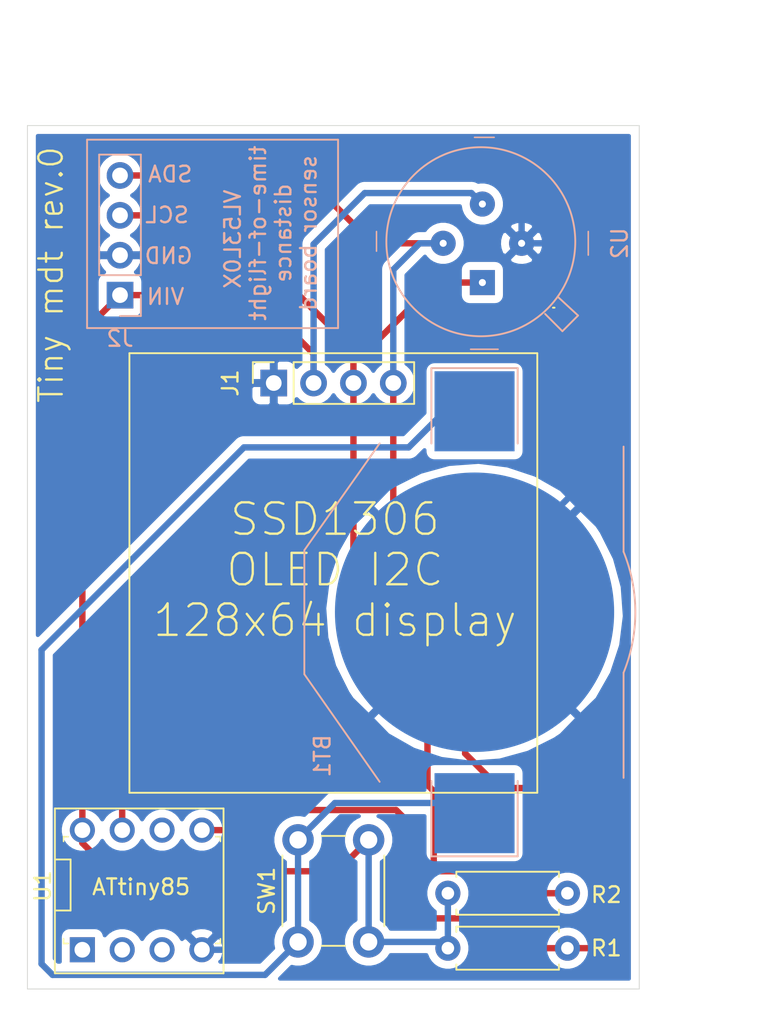
<source format=kicad_pcb>
(kicad_pcb (version 20171130) (host pcbnew "(5.1.9)-1")

  (general
    (thickness 1.6)
    (drawings 35)
    (tracks 93)
    (zones 0)
    (modules 8)
    (nets 6)
  )

  (page A4)
  (layers
    (0 F.Cu signal)
    (31 B.Cu signal)
    (32 B.Adhes user)
    (33 F.Adhes user)
    (34 B.Paste user)
    (35 F.Paste user)
    (36 B.SilkS user)
    (37 F.SilkS user)
    (38 B.Mask user)
    (39 F.Mask user)
    (40 Dwgs.User user)
    (41 Cmts.User user)
    (42 Eco1.User user)
    (43 Eco2.User user)
    (44 Edge.Cuts user)
    (45 Margin user)
    (46 B.CrtYd user hide)
    (47 F.CrtYd user hide)
    (48 B.Fab user hide)
    (49 F.Fab user hide)
  )

  (setup
    (last_trace_width 0.25)
    (user_trace_width 0.4064)
    (trace_clearance 0.2)
    (zone_clearance 0.508)
    (zone_45_only no)
    (trace_min 0.2)
    (via_size 0.8)
    (via_drill 0.4)
    (via_min_size 0.4)
    (via_min_drill 0.3)
    (uvia_size 0.3)
    (uvia_drill 0.1)
    (uvias_allowed no)
    (uvia_min_size 0.2)
    (uvia_min_drill 0.1)
    (edge_width 0.05)
    (segment_width 0.2)
    (pcb_text_width 0.3)
    (pcb_text_size 1.5 1.5)
    (mod_edge_width 0.12)
    (mod_text_size 1 1)
    (mod_text_width 0.15)
    (pad_size 1.524 1.524)
    (pad_drill 0.762)
    (pad_to_mask_clearance 0)
    (aux_axis_origin 0 0)
    (visible_elements 7FFFFFFF)
    (pcbplotparams
      (layerselection 0x010fc_ffffffff)
      (usegerberextensions false)
      (usegerberattributes false)
      (usegerberadvancedattributes false)
      (creategerberjobfile false)
      (excludeedgelayer true)
      (linewidth 0.100000)
      (plotframeref false)
      (viasonmask false)
      (mode 1)
      (useauxorigin false)
      (hpglpennumber 1)
      (hpglpenspeed 20)
      (hpglpendiameter 15.000000)
      (psnegative false)
      (psa4output false)
      (plotreference true)
      (plotvalue true)
      (plotinvisibletext false)
      (padsonsilk false)
      (subtractmaskfromsilk false)
      (outputformat 1)
      (mirror false)
      (drillshape 0)
      (scaleselection 1)
      (outputdirectory "export/Gerber/"))
  )

  (net 0 "")
  (net 1 /GND)
  (net 2 /3V)
  (net 3 /SDA)
  (net 4 /SCL)
  (net 5 "Net-(BT1-Pad1)")

  (net_class Default "This is the default net class."
    (clearance 0.2)
    (trace_width 0.25)
    (via_dia 0.8)
    (via_drill 0.4)
    (uvia_dia 0.3)
    (uvia_drill 0.1)
    (add_net /3V)
    (add_net /GND)
    (add_net /SCL)
    (add_net /SDA)
    (add_net "Net-(BT1-Pad1)")
  )

  (module Button_Switch_THT:SW_PUSH_6mm (layer F.Cu) (tedit 5A02FE31) (tstamp 65C8D1AC)
    (at 200.25 106 90)
    (descr https://www.omron.com/ecb/products/pdf/en-b3f.pdf)
    (tags "tact sw push 6mm")
    (path /65C94DA5)
    (fp_text reference SW1 (at 3.25 -2 90) (layer F.SilkS)
      (effects (font (size 1 1) (thickness 0.15)))
    )
    (fp_text value SW_Push_Dual (at 3.75 6.7 90) (layer F.Fab)
      (effects (font (size 1 1) (thickness 0.15)))
    )
    (fp_line (start 3.25 -0.75) (end 6.25 -0.75) (layer F.Fab) (width 0.1))
    (fp_line (start 6.25 -0.75) (end 6.25 5.25) (layer F.Fab) (width 0.1))
    (fp_line (start 6.25 5.25) (end 0.25 5.25) (layer F.Fab) (width 0.1))
    (fp_line (start 0.25 5.25) (end 0.25 -0.75) (layer F.Fab) (width 0.1))
    (fp_line (start 0.25 -0.75) (end 3.25 -0.75) (layer F.Fab) (width 0.1))
    (fp_line (start 7.75 6) (end 8 6) (layer F.CrtYd) (width 0.05))
    (fp_line (start 8 6) (end 8 5.75) (layer F.CrtYd) (width 0.05))
    (fp_line (start 7.75 -1.5) (end 8 -1.5) (layer F.CrtYd) (width 0.05))
    (fp_line (start 8 -1.5) (end 8 -1.25) (layer F.CrtYd) (width 0.05))
    (fp_line (start -1.5 -1.25) (end -1.5 -1.5) (layer F.CrtYd) (width 0.05))
    (fp_line (start -1.5 -1.5) (end -1.25 -1.5) (layer F.CrtYd) (width 0.05))
    (fp_line (start -1.5 5.75) (end -1.5 6) (layer F.CrtYd) (width 0.05))
    (fp_line (start -1.5 6) (end -1.25 6) (layer F.CrtYd) (width 0.05))
    (fp_line (start -1.25 -1.5) (end 7.75 -1.5) (layer F.CrtYd) (width 0.05))
    (fp_line (start -1.5 5.75) (end -1.5 -1.25) (layer F.CrtYd) (width 0.05))
    (fp_line (start 7.75 6) (end -1.25 6) (layer F.CrtYd) (width 0.05))
    (fp_line (start 8 -1.25) (end 8 5.75) (layer F.CrtYd) (width 0.05))
    (fp_line (start 1 5.5) (end 5.5 5.5) (layer F.SilkS) (width 0.12))
    (fp_line (start -0.25 1.5) (end -0.25 3) (layer F.SilkS) (width 0.12))
    (fp_line (start 5.5 -1) (end 1 -1) (layer F.SilkS) (width 0.12))
    (fp_line (start 6.75 3) (end 6.75 1.5) (layer F.SilkS) (width 0.12))
    (fp_circle (center 3.25 2.25) (end 1.25 2.5) (layer F.Fab) (width 0.1))
    (fp_text user %R (at 3.25 2.25 90) (layer F.Fab)
      (effects (font (size 1 1) (thickness 0.15)))
    )
    (pad 1 thru_hole circle (at 6.5 0 180) (size 2 2) (drill 1.1) (layers *.Cu *.Mask)
      (net 5 "Net-(BT1-Pad1)"))
    (pad 2 thru_hole circle (at 6.5 4.5 180) (size 2 2) (drill 1.1) (layers *.Cu *.Mask)
      (net 2 /3V))
    (pad 1 thru_hole circle (at 0 0 180) (size 2 2) (drill 1.1) (layers *.Cu *.Mask)
      (net 5 "Net-(BT1-Pad1)"))
    (pad 2 thru_hole circle (at 0 4.5 180) (size 2 2) (drill 1.1) (layers *.Cu *.Mask)
      (net 2 /3V))
    (model ${KISYS3DMOD}/Button_Switch_THT.3dshapes/SW_PUSH_6mm.wrl
      (at (xyz 0 0 0))
      (scale (xyz 1 1 1))
      (rotate (xyz 0 0 0))
    )
  )

  (module digikey-footprints:TO-39-4 (layer B.Cu) (tedit 59C91BAC) (tstamp 65C82F22)
    (at 212 64 90)
    (descr "file:///C:/Users/alex_wegscheid/Downloads/MLX90614-Datasheet-Melexis%20(2).pdf")
    (path /65C7DB06)
    (fp_text reference U2 (at 2.5 8.75 90) (layer B.SilkS)
      (effects (font (size 1 1) (thickness 0.15)) (justify mirror))
    )
    (fp_text value MLX90614ESF-BAA-000-TU (at 2.75 -9 90) (layer B.Fab)
      (effects (font (size 1 1) (thickness 0.15)) (justify mirror))
    )
    (fp_circle (center 2.5 0) (end 9.12 0) (layer B.Fab) (width 0.1))
    (fp_line (start -3.5 4.75) (end -2.75 5.5) (layer B.Fab) (width 0.1))
    (fp_line (start -2.75 5.5) (end -2.05 4.8) (layer B.Fab) (width 0.1))
    (fp_line (start -3.5 4.75) (end -2.75 4.05) (layer B.Fab) (width 0.1))
    (fp_line (start 1.75 6.75) (end 3.25 6.75) (layer B.SilkS) (width 0.1))
    (fp_line (start 9.25 0.75) (end 9.25 -0.5) (layer B.SilkS) (width 0.1))
    (fp_line (start 2 -6.75) (end 3.25 -6.75) (layer B.SilkS) (width 0.1))
    (fp_line (start -4.25 1) (end -4.25 -0.75) (layer B.SilkS) (width 0.1))
    (fp_circle (center 2.5 0) (end -3.5 5.25) (layer B.CrtYd) (width 0.05))
    (fp_text user %R (at 2.75 4.5 90) (layer B.Fab)
      (effects (font (size 1 1) (thickness 0.15)) (justify mirror))
    )
    (pad 4 thru_hole circle (at 2.5 2.5 90) (size 1.6 1.6) (drill 0.45) (layers *.Cu *.Mask)
      (net 1 /GND))
    (pad 3 thru_hole circle (at 5 0 90) (size 1.6 1.6) (drill 0.45) (layers *.Cu *.Mask)
      (net 2 /3V))
    (pad 2 thru_hole circle (at 2.5 -2.5 90) (size 1.6 1.6) (drill 0.45) (layers *.Cu *.Mask)
      (net 3 /SDA))
    (pad 1 thru_hole rect (at 0 0 90) (size 1.6 1.6) (drill 0.45) (layers *.Cu *.Mask)
      (net 4 /SCL))
  )

  (module digikey-footprints:DIP-8_W7.62mm (layer F.Cu) (tedit 5B86B3A2) (tstamp 65C812D2)
    (at 186.5 106.5 90)
    (descr http://media.digikey.com/pdf/Data%20Sheets/Lite-On%20PDFs/6N137%20Series.pdf)
    (path /65C79CC9)
    (fp_text reference U1 (at 4.05 -2.52 90) (layer F.SilkS)
      (effects (font (size 1 1) (thickness 0.15)))
    )
    (fp_text value ATTINY85-20PU (at 3.94 10.33 90) (layer F.Fab)
      (effects (font (size 1 1) (thickness 0.15)))
    )
    (fp_line (start 0.55 -1.04) (end 0.55 8.64) (layer F.Fab) (width 0.1))
    (fp_line (start 7.05 -1.04) (end 7.05 8.64) (layer F.Fab) (width 0.1))
    (fp_line (start 0.55 -1.04) (end 7.05 -1.04) (layer F.Fab) (width 0.1))
    (fp_line (start 0.55 8.64) (end 7.05 8.64) (layer F.Fab) (width 0.1))
    (fp_line (start 0.4 8.8) (end 0.7 8.8) (layer F.SilkS) (width 0.1))
    (fp_line (start 0.4 8.5) (end 0.4 8.8) (layer F.SilkS) (width 0.1))
    (fp_line (start 7.2 8.8) (end 6.9 8.8) (layer F.SilkS) (width 0.1))
    (fp_line (start 7.2 8.5) (end 7.2 8.8) (layer F.SilkS) (width 0.1))
    (fp_line (start 7.2 -1.2) (end 6.9 -1.2) (layer F.SilkS) (width 0.1))
    (fp_line (start 7.2 -0.9) (end 7.2 -1.2) (layer F.SilkS) (width 0.1))
    (fp_line (start 0.4 -1.2) (end 0.7 -1.2) (layer F.SilkS) (width 0.1))
    (fp_line (start 0.4 -0.9) (end 0.4 -1.2) (layer F.SilkS) (width 0.1))
    (fp_line (start -1.05 -1.29) (end 8.67 -1.29) (layer F.CrtYd) (width 0.1))
    (fp_line (start 8.67 -1.29) (end 8.67 8.89) (layer F.CrtYd) (width 0.1))
    (fp_line (start -1.05 -1.29) (end -1.05 8.89) (layer F.CrtYd) (width 0.1))
    (fp_line (start -1.05 8.89) (end 8.67 8.89) (layer F.CrtYd) (width 0.1))
    (fp_text user REF** (at 3.94 3.49 90) (layer F.Fab)
      (effects (font (size 1 1) (thickness 0.1)))
    )
    (pad 8 thru_hole circle (at 7.62 0 90) (size 1.6 1.6) (drill 1) (layers *.Cu *.Mask)
      (net 2 /3V))
    (pad 7 thru_hole circle (at 7.62 2.54 90) (size 1.6 1.6) (drill 1) (layers *.Cu *.Mask)
      (net 4 /SCL))
    (pad 6 thru_hole circle (at 7.62 5.08 90) (size 1.6 1.6) (drill 1) (layers *.Cu *.Mask))
    (pad 5 thru_hole circle (at 7.62 7.62 90) (size 1.6 1.6) (drill 1) (layers *.Cu *.Mask)
      (net 3 /SDA))
    (pad 4 thru_hole circle (at 0 7.62 90) (size 1.6 1.6) (drill 1) (layers *.Cu *.Mask)
      (net 1 /GND))
    (pad 3 thru_hole circle (at 0 5.08 90) (size 1.6 1.6) (drill 1) (layers *.Cu *.Mask))
    (pad 2 thru_hole circle (at 0 2.54 90) (size 1.6 1.6) (drill 1) (layers *.Cu *.Mask))
    (pad 1 thru_hole rect (at 0 0 90) (size 1.6 1.6) (drill 1) (layers *.Cu *.Mask))
    (model ${KISYS3DMOD}/Housings_DIP.3dshapes/DIP-8_W7.62mm.wrl
      (at (xyz 0 0 0))
      (scale (xyz 1 1 1))
      (rotate (xyz 0 0 0))
    )
  )

  (module Resistor_THT:R_Axial_DIN0207_L6.3mm_D2.5mm_P7.62mm_Horizontal (layer F.Cu) (tedit 5AE5139B) (tstamp 65C82877)
    (at 209.8 102.9)
    (descr "Resistor, Axial_DIN0207 series, Axial, Horizontal, pin pitch=7.62mm, 0.25W = 1/4W, length*diameter=6.3*2.5mm^2, http://cdn-reichelt.de/documents/datenblatt/B400/1_4W%23YAG.pdf")
    (tags "Resistor Axial_DIN0207 series Axial Horizontal pin pitch 7.62mm 0.25W = 1/4W length 6.3mm diameter 2.5mm")
    (path /65C848F2)
    (fp_text reference R2 (at 10.1 0.1) (layer F.SilkS)
      (effects (font (size 1 1) (thickness 0.15)))
    )
    (fp_text value 4.7K (at 3.81 2.37) (layer F.Fab)
      (effects (font (size 1 1) (thickness 0.15)))
    )
    (fp_line (start 8.67 -1.5) (end -1.05 -1.5) (layer F.CrtYd) (width 0.05))
    (fp_line (start 8.67 1.5) (end 8.67 -1.5) (layer F.CrtYd) (width 0.05))
    (fp_line (start -1.05 1.5) (end 8.67 1.5) (layer F.CrtYd) (width 0.05))
    (fp_line (start -1.05 -1.5) (end -1.05 1.5) (layer F.CrtYd) (width 0.05))
    (fp_line (start 7.08 1.37) (end 7.08 1.04) (layer F.SilkS) (width 0.12))
    (fp_line (start 0.54 1.37) (end 7.08 1.37) (layer F.SilkS) (width 0.12))
    (fp_line (start 0.54 1.04) (end 0.54 1.37) (layer F.SilkS) (width 0.12))
    (fp_line (start 7.08 -1.37) (end 7.08 -1.04) (layer F.SilkS) (width 0.12))
    (fp_line (start 0.54 -1.37) (end 7.08 -1.37) (layer F.SilkS) (width 0.12))
    (fp_line (start 0.54 -1.04) (end 0.54 -1.37) (layer F.SilkS) (width 0.12))
    (fp_line (start 7.62 0) (end 6.96 0) (layer F.Fab) (width 0.1))
    (fp_line (start 0 0) (end 0.66 0) (layer F.Fab) (width 0.1))
    (fp_line (start 6.96 -1.25) (end 0.66 -1.25) (layer F.Fab) (width 0.1))
    (fp_line (start 6.96 1.25) (end 6.96 -1.25) (layer F.Fab) (width 0.1))
    (fp_line (start 0.66 1.25) (end 6.96 1.25) (layer F.Fab) (width 0.1))
    (fp_line (start 0.66 -1.25) (end 0.66 1.25) (layer F.Fab) (width 0.1))
    (fp_text user %R (at 3.81 0) (layer F.Fab)
      (effects (font (size 1 1) (thickness 0.15)))
    )
    (pad 2 thru_hole oval (at 7.62 0) (size 1.6 1.6) (drill 0.8) (layers *.Cu *.Mask)
      (net 4 /SCL))
    (pad 1 thru_hole circle (at 0 0) (size 1.6 1.6) (drill 0.8) (layers *.Cu *.Mask)
      (net 2 /3V))
    (model ${KISYS3DMOD}/Resistor_THT.3dshapes/R_Axial_DIN0207_L6.3mm_D2.5mm_P7.62mm_Horizontal.wrl
      (at (xyz 0 0 0))
      (scale (xyz 1 1 1))
      (rotate (xyz 0 0 0))
    )
  )

  (module Resistor_THT:R_Axial_DIN0207_L6.3mm_D2.5mm_P7.62mm_Horizontal (layer F.Cu) (tedit 5AE5139B) (tstamp 65C83975)
    (at 209.8 106.4)
    (descr "Resistor, Axial_DIN0207 series, Axial, Horizontal, pin pitch=7.62mm, 0.25W = 1/4W, length*diameter=6.3*2.5mm^2, http://cdn-reichelt.de/documents/datenblatt/B400/1_4W%23YAG.pdf")
    (tags "Resistor Axial_DIN0207 series Axial Horizontal pin pitch 7.62mm 0.25W = 1/4W length 6.3mm diameter 2.5mm")
    (path /65C83E4D)
    (fp_text reference R1 (at 10.1 0) (layer F.SilkS)
      (effects (font (size 1 1) (thickness 0.15)))
    )
    (fp_text value 4.7K (at 3.81 2.37) (layer F.Fab)
      (effects (font (size 1 1) (thickness 0.15)))
    )
    (fp_line (start 8.67 -1.5) (end -1.05 -1.5) (layer F.CrtYd) (width 0.05))
    (fp_line (start 8.67 1.5) (end 8.67 -1.5) (layer F.CrtYd) (width 0.05))
    (fp_line (start -1.05 1.5) (end 8.67 1.5) (layer F.CrtYd) (width 0.05))
    (fp_line (start -1.05 -1.5) (end -1.05 1.5) (layer F.CrtYd) (width 0.05))
    (fp_line (start 7.08 1.37) (end 7.08 1.04) (layer F.SilkS) (width 0.12))
    (fp_line (start 0.54 1.37) (end 7.08 1.37) (layer F.SilkS) (width 0.12))
    (fp_line (start 0.54 1.04) (end 0.54 1.37) (layer F.SilkS) (width 0.12))
    (fp_line (start 7.08 -1.37) (end 7.08 -1.04) (layer F.SilkS) (width 0.12))
    (fp_line (start 0.54 -1.37) (end 7.08 -1.37) (layer F.SilkS) (width 0.12))
    (fp_line (start 0.54 -1.04) (end 0.54 -1.37) (layer F.SilkS) (width 0.12))
    (fp_line (start 7.62 0) (end 6.96 0) (layer F.Fab) (width 0.1))
    (fp_line (start 0 0) (end 0.66 0) (layer F.Fab) (width 0.1))
    (fp_line (start 6.96 -1.25) (end 0.66 -1.25) (layer F.Fab) (width 0.1))
    (fp_line (start 6.96 1.25) (end 6.96 -1.25) (layer F.Fab) (width 0.1))
    (fp_line (start 0.66 1.25) (end 6.96 1.25) (layer F.Fab) (width 0.1))
    (fp_line (start 0.66 -1.25) (end 0.66 1.25) (layer F.Fab) (width 0.1))
    (fp_text user %R (at 3.81 0) (layer F.Fab)
      (effects (font (size 1 1) (thickness 0.15)))
    )
    (pad 2 thru_hole oval (at 7.62 0) (size 1.6 1.6) (drill 0.8) (layers *.Cu *.Mask)
      (net 3 /SDA))
    (pad 1 thru_hole circle (at 0 0) (size 1.6 1.6) (drill 0.8) (layers *.Cu *.Mask)
      (net 2 /3V))
    (model ${KISYS3DMOD}/Resistor_THT.3dshapes/R_Axial_DIN0207_L6.3mm_D2.5mm_P7.62mm_Horizontal.wrl
      (at (xyz 0 0 0))
      (scale (xyz 1 1 1))
      (rotate (xyz 0 0 0))
    )
  )

  (module Connector_PinSocket_2.54mm:PinSocket_1x04_P2.54mm_Vertical (layer B.Cu) (tedit 5A19A429) (tstamp 65C80CC2)
    (at 188.9 64.8)
    (descr "Through hole straight socket strip, 1x04, 2.54mm pitch, single row (from Kicad 4.0.7), script generated")
    (tags "Through hole socket strip THT 1x04 2.54mm single row")
    (path /65C7D00F)
    (fp_text reference J2 (at 0 2.77 180) (layer B.SilkS)
      (effects (font (size 1 1) (thickness 0.15)) (justify mirror))
    )
    (fp_text value " VL53L0X time-of-flight distance sensor board" (at 0 -10.39 180) (layer B.Fab)
      (effects (font (size 1 1) (thickness 0.15)) (justify mirror))
    )
    (fp_line (start -1.8 -9.4) (end -1.8 1.8) (layer B.CrtYd) (width 0.05))
    (fp_line (start 1.75 -9.4) (end -1.8 -9.4) (layer B.CrtYd) (width 0.05))
    (fp_line (start 1.75 1.8) (end 1.75 -9.4) (layer B.CrtYd) (width 0.05))
    (fp_line (start -1.8 1.8) (end 1.75 1.8) (layer B.CrtYd) (width 0.05))
    (fp_line (start 0 1.33) (end 1.33 1.33) (layer B.SilkS) (width 0.12))
    (fp_line (start 1.33 1.33) (end 1.33 0) (layer B.SilkS) (width 0.12))
    (fp_line (start 1.33 -1.27) (end 1.33 -8.95) (layer B.SilkS) (width 0.12))
    (fp_line (start -1.33 -8.95) (end 1.33 -8.95) (layer B.SilkS) (width 0.12))
    (fp_line (start -1.33 -1.27) (end -1.33 -8.95) (layer B.SilkS) (width 0.12))
    (fp_line (start -1.33 -1.27) (end 1.33 -1.27) (layer B.SilkS) (width 0.12))
    (fp_line (start -1.27 -8.89) (end -1.27 1.27) (layer B.Fab) (width 0.1))
    (fp_line (start 1.27 -8.89) (end -1.27 -8.89) (layer B.Fab) (width 0.1))
    (fp_line (start 1.27 0.635) (end 1.27 -8.89) (layer B.Fab) (width 0.1))
    (fp_line (start 0.635 1.27) (end 1.27 0.635) (layer B.Fab) (width 0.1))
    (fp_line (start -1.27 1.27) (end 0.635 1.27) (layer B.Fab) (width 0.1))
    (fp_text user %R (at 0 -3.81 90) (layer B.Fab)
      (effects (font (size 1 1) (thickness 0.15)) (justify mirror))
    )
    (pad 4 thru_hole oval (at 0 -7.62) (size 1.7 1.7) (drill 1) (layers *.Cu *.Mask)
      (net 3 /SDA))
    (pad 3 thru_hole oval (at 0 -5.08) (size 1.7 1.7) (drill 1) (layers *.Cu *.Mask)
      (net 4 /SCL))
    (pad 2 thru_hole oval (at 0 -2.54) (size 1.7 1.7) (drill 1) (layers *.Cu *.Mask)
      (net 1 /GND))
    (pad 1 thru_hole rect (at 0 0) (size 1.7 1.7) (drill 1) (layers *.Cu *.Mask)
      (net 2 /3V))
    (model ${KISYS3DMOD}/Connector_PinSocket_2.54mm.3dshapes/PinSocket_1x04_P2.54mm_Vertical.wrl
      (at (xyz 0 0 0))
      (scale (xyz 1 1 1))
      (rotate (xyz 0 0 0))
    )
  )

  (module Connector_PinSocket_2.54mm:PinSocket_1x04_P2.54mm_Vertical (layer F.Cu) (tedit 5A19A429) (tstamp 65C81F59)
    (at 198.7 70.4 90)
    (descr "Through hole straight socket strip, 1x04, 2.54mm pitch, single row (from Kicad 4.0.7), script generated")
    (tags "Through hole socket strip THT 1x04 2.54mm single row")
    (path /65C903F0)
    (fp_text reference J1 (at 0 -2.77 90) (layer F.SilkS)
      (effects (font (size 1 1) (thickness 0.15)))
    )
    (fp_text value "SSD1306 OLED I2C 128x64 display" (at 0 10.39 90) (layer F.Fab)
      (effects (font (size 1 1) (thickness 0.15)))
    )
    (fp_line (start -1.8 9.4) (end -1.8 -1.8) (layer F.CrtYd) (width 0.05))
    (fp_line (start 1.75 9.4) (end -1.8 9.4) (layer F.CrtYd) (width 0.05))
    (fp_line (start 1.75 -1.8) (end 1.75 9.4) (layer F.CrtYd) (width 0.05))
    (fp_line (start -1.8 -1.8) (end 1.75 -1.8) (layer F.CrtYd) (width 0.05))
    (fp_line (start 0 -1.33) (end 1.33 -1.33) (layer F.SilkS) (width 0.12))
    (fp_line (start 1.33 -1.33) (end 1.33 0) (layer F.SilkS) (width 0.12))
    (fp_line (start 1.33 1.27) (end 1.33 8.95) (layer F.SilkS) (width 0.12))
    (fp_line (start -1.33 8.95) (end 1.33 8.95) (layer F.SilkS) (width 0.12))
    (fp_line (start -1.33 1.27) (end -1.33 8.95) (layer F.SilkS) (width 0.12))
    (fp_line (start -1.33 1.27) (end 1.33 1.27) (layer F.SilkS) (width 0.12))
    (fp_line (start -1.27 8.89) (end -1.27 -1.27) (layer F.Fab) (width 0.1))
    (fp_line (start 1.27 8.89) (end -1.27 8.89) (layer F.Fab) (width 0.1))
    (fp_line (start 1.27 -0.635) (end 1.27 8.89) (layer F.Fab) (width 0.1))
    (fp_line (start 0.635 -1.27) (end 1.27 -0.635) (layer F.Fab) (width 0.1))
    (fp_line (start -1.27 -1.27) (end 0.635 -1.27) (layer F.Fab) (width 0.1))
    (fp_text user %R (at 0 3.81) (layer F.Fab)
      (effects (font (size 1 1) (thickness 0.15)))
    )
    (pad 4 thru_hole oval (at 0 7.62 90) (size 1.7 1.7) (drill 1) (layers *.Cu *.Mask)
      (net 3 /SDA))
    (pad 3 thru_hole oval (at 0 5.08 90) (size 1.7 1.7) (drill 1) (layers *.Cu *.Mask)
      (net 4 /SCL))
    (pad 2 thru_hole oval (at 0 2.54 90) (size 1.7 1.7) (drill 1) (layers *.Cu *.Mask)
      (net 2 /3V))
    (pad 1 thru_hole rect (at 0 0 90) (size 1.7 1.7) (drill 1) (layers *.Cu *.Mask)
      (net 1 /GND))
    (model ${KISYS3DMOD}/Connector_PinSocket_2.54mm.3dshapes/PinSocket_1x04_P2.54mm_Vertical.wrl
      (at (xyz 0 0 0))
      (scale (xyz 1 1 1))
      (rotate (xyz 0 0 0))
    )
  )

  (module Battery:BatteryHolder_Keystone_3002_1x2032 (layer B.Cu) (tedit 5D9C7E9A) (tstamp 65C82A5F)
    (at 211.5 85 90)
    (descr https://www.tme.eu/it/Document/a823211ec201a9e209042d155fe22d2b/KEYS2996.pdf)
    (tags "BR2016 CR2016 DL2016 BR2020 CL2020 BR2025 CR2025 DL2025 DR2032 CR2032 DL2032")
    (path /65C7F76F)
    (attr smd)
    (fp_text reference BT1 (at -9.15 -9.7 270) (layer B.SilkS)
      (effects (font (size 1 1) (thickness 0.15)) (justify mirror))
    )
    (fp_text value "Battery Cell CR2032" (at 0 11 270) (layer B.Fab)
      (effects (font (size 1 1) (thickness 0.15)) (justify mirror))
    )
    (fp_line (start 15.55 2.75) (end 10.75 2.75) (layer B.SilkS) (width 0.12))
    (fp_line (start 15.55 -2.75) (end 15.55 2.75) (layer B.SilkS) (width 0.12))
    (fp_line (start 10.75 -2.75) (end 15.55 -2.75) (layer B.SilkS) (width 0.12))
    (fp_line (start -15.55 -2.75) (end -10.75 -2.75) (layer B.SilkS) (width 0.12))
    (fp_line (start -15.55 2.75) (end -15.55 -2.75) (layer B.SilkS) (width 0.12))
    (fp_line (start -10.75 2.75) (end -15.55 2.75) (layer B.SilkS) (width 0.12))
    (fp_line (start -15.85 -3.05) (end -15.85 3.05) (layer B.CrtYd) (width 0.05))
    (fp_line (start -11.05 -3.05) (end -15.85 -3.05) (layer B.CrtYd) (width 0.05))
    (fp_line (start -11.05 -6.35) (end -11.05 -3.05) (layer B.CrtYd) (width 0.05))
    (fp_line (start -4.3 -11.1) (end -11.05 -6.35) (layer B.CrtYd) (width 0.05))
    (fp_line (start 4.3 -11.1) (end -4.3 -11.1) (layer B.CrtYd) (width 0.05))
    (fp_line (start 11.05 -6.35) (end 4.3 -11.1) (layer B.CrtYd) (width 0.05))
    (fp_line (start 11.05 -3.05) (end 11.05 -6.35) (layer B.CrtYd) (width 0.05))
    (fp_line (start 15.85 -3.05) (end 11.05 -3.05) (layer B.CrtYd) (width 0.05))
    (fp_line (start 15.85 3.05) (end 15.85 -3.05) (layer B.CrtYd) (width 0.05))
    (fp_line (start 11.05 3.05) (end 15.85 3.05) (layer B.CrtYd) (width 0.05))
    (fp_line (start 11.05 9.8) (end 11.05 3.05) (layer B.CrtYd) (width 0.05))
    (fp_line (start 11.05 9.8) (end 3.9 9.8) (layer B.CrtYd) (width 0.05))
    (fp_line (start -11.05 9.8) (end -3.9 9.8) (layer B.CrtYd) (width 0.05))
    (fp_line (start -11.05 3.05) (end -11.05 9.8) (layer B.CrtYd) (width 0.05))
    (fp_line (start -15.85 3.05) (end -11.05 3.05) (layer B.CrtYd) (width 0.05))
    (fp_line (start 10.55 9.5) (end 3.85 9.5) (layer B.SilkS) (width 0.12))
    (fp_line (start -10.55 9.5) (end -3.85 9.5) (layer B.SilkS) (width 0.12))
    (fp_circle (center 0 0) (end 10 0) (layer Dwgs.User) (width 0.2))
    (fp_line (start 10.55 -5.9) (end 3.8 -10.6) (layer B.Fab) (width 0.1))
    (fp_line (start 3.95 -10.85) (end 10.75 -6.05) (layer B.SilkS) (width 0.12))
    (fp_line (start -3.95 -10.85) (end 3.95 -10.85) (layer B.SilkS) (width 0.12))
    (fp_line (start -10.8 -6.05) (end -3.95 -10.85) (layer B.SilkS) (width 0.12))
    (fp_line (start -10.55 -5.85) (end -3.8 -10.6) (layer B.Fab) (width 0.1))
    (fp_line (start -10.55 2.55) (end -10.55 9.3) (layer B.Fab) (width 0.1))
    (fp_line (start 10.55 9.3) (end -10.55 9.3) (layer B.Fab) (width 0.1))
    (fp_line (start 10.55 2.55) (end 10.55 9.3) (layer B.Fab) (width 0.1))
    (fp_line (start 15.35 2.55) (end 10.55 2.55) (layer B.Fab) (width 0.1))
    (fp_line (start 15.35 -2.55) (end 15.35 2.55) (layer B.Fab) (width 0.1))
    (fp_line (start 10.55 -2.55) (end 15.35 -2.55) (layer B.Fab) (width 0.1))
    (fp_line (start -3.8 -10.6) (end 3.8 -10.6) (layer B.Fab) (width 0.1))
    (fp_line (start 10.55 -2.55) (end 10.55 -5.9) (layer B.Fab) (width 0.1))
    (fp_line (start -10.55 -2.55) (end -10.55 -5.85) (layer B.Fab) (width 0.1))
    (fp_line (start -15.35 2.55) (end -10.55 2.55) (layer B.Fab) (width 0.1))
    (fp_line (start -15.35 -2.55) (end -10.55 -2.55) (layer B.Fab) (width 0.1))
    (fp_line (start -15.35 2.55) (end -15.35 -2.55) (layer B.Fab) (width 0.1))
    (fp_text user %R (at -9.15 -9.7 270) (layer B.Fab)
      (effects (font (size 1 1) (thickness 0.15)) (justify mirror))
    )
    (fp_arc (start 0 0) (end 3.9 9.8) (angle 43.40107348) (layer B.CrtYd) (width 0.05))
    (fp_arc (start 0 0) (end 3.85 9.5) (angle 44.1) (layer B.SilkS) (width 0.12))
    (pad 1 smd rect (at 12.8 0 90) (size 5.1 5.1) (layers B.Cu B.Paste B.Mask)
      (net 5 "Net-(BT1-Pad1)"))
    (pad 1 smd rect (at -12.8 0 90) (size 5.1 5.1) (layers B.Cu B.Paste B.Mask)
      (net 5 "Net-(BT1-Pad1)"))
    (pad 2 smd circle (at 0 0 90) (size 17.8 17.8) (layers B.Cu B.Mask)
      (net 1 /GND))
    (model ${KISYS3DMOD}/Battery.3dshapes/BatteryHolder_Keystone_3002_1x2032.wrl
      (at (xyz 0 0 0))
      (scale (xyz 1 1 1))
      (rotate (xyz 0 0 0))
    )
  )

  (dimension 55 (width 0.15) (layer Dwgs.User)
    (gr_text "55,000 mm" (at 229.3 81.5 270) (layer Dwgs.User)
      (effects (font (size 1 1) (thickness 0.15)))
    )
    (feature1 (pts (xy 222 109) (xy 228.586421 109)))
    (feature2 (pts (xy 222 54) (xy 228.586421 54)))
    (crossbar (pts (xy 228 54) (xy 228 109)))
    (arrow1a (pts (xy 228 109) (xy 227.413579 107.873496)))
    (arrow1b (pts (xy 228 109) (xy 228.586421 107.873496)))
    (arrow2a (pts (xy 228 54) (xy 227.413579 55.126504)))
    (arrow2b (pts (xy 228 54) (xy 228.586421 55.126504)))
  )
  (dimension 39 (width 0.15) (layer Dwgs.User)
    (gr_text "39,000 mm" (at 202.5 46.7) (layer Dwgs.User)
      (effects (font (size 1 1) (thickness 0.15)))
    )
    (feature1 (pts (xy 222 54) (xy 222 47.413579)))
    (feature2 (pts (xy 183 54) (xy 183 47.413579)))
    (crossbar (pts (xy 183 48) (xy 222 48)))
    (arrow1a (pts (xy 222 48) (xy 220.873496 48.586421)))
    (arrow1b (pts (xy 222 48) (xy 220.873496 47.413579)))
    (arrow2a (pts (xy 183 48) (xy 184.126504 48.586421)))
    (arrow2b (pts (xy 183 48) (xy 184.126504 47.413579)))
  )
  (gr_text ATtiny85 (at 190.25 102.5) (layer F.SilkS)
    (effects (font (size 1 1) (thickness 0.15)))
  )
  (gr_text " VL53L0X\ntime-of-flight\ndistance\nsensor board" (at 198.5 60.85 90) (layer B.SilkS) (tstamp 65C8DBD7)
    (effects (font (size 1 1) (thickness 0.15)) (justify mirror))
  )
  (gr_text "Tiny mdt rev.0" (at 184.5 63.5 90) (layer F.SilkS)
    (effects (font (size 1.5 1.5) (thickness 0.15)))
  )
  (gr_line (start 185.75 104) (end 184.75 104) (layer F.SilkS) (width 0.12))
  (gr_line (start 185.75 100.75) (end 185.75 104) (layer F.SilkS) (width 0.12))
  (gr_line (start 184.75 100.75) (end 185.75 100.75) (layer F.SilkS) (width 0.12))
  (gr_line (start 184.75 97.5) (end 185 97.5) (layer F.SilkS) (width 0.12) (tstamp 65C8D9FB))
  (gr_line (start 184.75 108) (end 184.75 97.5) (layer F.SilkS) (width 0.12))
  (gr_line (start 195.5 108) (end 184.75 108) (layer F.SilkS) (width 0.12))
  (gr_line (start 195.5 97.5) (end 195.5 108) (layer F.SilkS) (width 0.12))
  (gr_line (start 185 97.5) (end 195.5 97.5) (layer F.SilkS) (width 0.12))
  (gr_text SDA (at 192.1 57.1) (layer B.SilkS) (tstamp 65C8D962)
    (effects (font (size 1 1) (thickness 0.15)) (justify mirror))
  )
  (gr_text SCL (at 191.9 59.7) (layer B.SilkS) (tstamp 65C8D962)
    (effects (font (size 1 1) (thickness 0.15)) (justify mirror))
  )
  (gr_text GND (at 192 62.3) (layer B.SilkS) (tstamp 65C8D962)
    (effects (font (size 1 1) (thickness 0.15)) (justify mirror))
  )
  (gr_text VIN (at 191.8 64.9) (layer B.SilkS)
    (effects (font (size 1 1) (thickness 0.15)) (justify mirror))
  )
  (gr_text "SSD1306\nOLED I2C\n128x64 display" (at 202.6 82.3) (layer F.SilkS)
    (effects (font (size 2 2) (thickness 0.15)))
  )
  (gr_line (start 216.6 65.6) (end 216.5 65.6) (layer F.SilkS) (width 0.12))
  (gr_line (start 217.1 67.1) (end 216 66) (layer B.SilkS) (width 0.12))
  (gr_line (start 218.1 66.1) (end 217.1 67.1) (layer B.SilkS) (width 0.12))
  (gr_line (start 216.8 64.9) (end 218.1 66.1) (layer B.SilkS) (width 0.12))
  (gr_line (start 189.5 96.5) (end 189.5 68.5) (layer F.SilkS) (width 0.12) (tstamp 65C831ED))
  (gr_line (start 215.5 96.5) (end 189.5 96.5) (layer F.SilkS) (width 0.12))
  (gr_line (start 215.5 68.5) (end 215.5 96.5) (layer F.SilkS) (width 0.12))
  (gr_line (start 189.5 68.5) (end 215.5 68.5) (layer F.SilkS) (width 0.12))
  (gr_line (start 186.8 54.9) (end 186.8 66.9) (layer B.SilkS) (width 0.12) (tstamp 65C82FE3))
  (gr_line (start 202.8 54.9) (end 186.8 54.9) (layer B.SilkS) (width 0.12))
  (gr_line (start 202.8 66.9) (end 202.8 54.9) (layer B.SilkS) (width 0.12))
  (gr_line (start 186.8 66.9) (end 202.8 66.9) (layer B.SilkS) (width 0.12))
  (gr_line (start 183 109) (end 183 54) (layer Edge.Cuts) (width 0.05) (tstamp 65C82F5F))
  (gr_line (start 222 109) (end 183 109) (layer Edge.Cuts) (width 0.05))
  (gr_line (start 222 54) (end 222 109) (layer Edge.Cuts) (width 0.05) (tstamp 65C83A85))
  (gr_line (start 183 54) (end 222 54) (layer Edge.Cuts) (width 0.05))
  (gr_circle (center 211.9 61.4) (end 212.4 67.4) (layer B.SilkS) (width 0.12))

  (segment (start 211.5 85) (end 201 95.5) (width 0.4064) (layer B.Cu) (net 1))
  (segment (start 201 95.5) (end 197.8 95.5) (width 0.4064) (layer B.Cu) (net 1))
  (segment (start 197.8 95.5) (end 197 96.3) (width 0.4064) (layer B.Cu) (net 1))
  (segment (start 197 96.3) (end 197 105.1) (width 0.4064) (layer B.Cu) (net 1))
  (segment (start 195.6 106.5) (end 194.12 106.5) (width 0.4064) (layer B.Cu) (net 1))
  (segment (start 197 105.1) (end 195.6 106.5) (width 0.4064) (layer B.Cu) (net 1))
  (segment (start 211.5 85) (end 211.5 83.7) (width 0.4064) (layer B.Cu) (net 1))
  (segment (start 211.5 83.7) (end 218.8 76.4) (width 0.4064) (layer B.Cu) (net 1))
  (segment (start 218.8 76.4) (end 218.8 64.4) (width 0.4064) (layer B.Cu) (net 1))
  (segment (start 215.9 61.5) (end 214.5 61.5) (width 0.4064) (layer B.Cu) (net 1))
  (segment (start 218.8 64.4) (end 215.9 61.5) (width 0.4064) (layer B.Cu) (net 1))
  (segment (start 214.5 61.5) (end 214.5 57.1) (width 0.4064) (layer B.Cu) (net 1))
  (segment (start 214.5 57.1) (end 213.4 56) (width 0.4064) (layer B.Cu) (net 1))
  (segment (start 213.4 56) (end 199.6 56) (width 0.4064) (layer B.Cu) (net 1))
  (segment (start 199.6 56) (end 193.34 62.26) (width 0.4064) (layer B.Cu) (net 1))
  (segment (start 198.7 70.4) (end 196.9 70.4) (width 0.4064) (layer B.Cu) (net 1))
  (segment (start 193.16 66.66) (end 193.16 62.26) (width 0.4064) (layer B.Cu) (net 1))
  (segment (start 196.9 70.4) (end 193.16 66.66) (width 0.4064) (layer B.Cu) (net 1))
  (segment (start 193.16 62.26) (end 188.9 62.26) (width 0.4064) (layer B.Cu) (net 1))
  (segment (start 193.34 62.26) (end 193.16 62.26) (width 0.4064) (layer B.Cu) (net 1))
  (segment (start 204.75 99.5) (end 204.75 106) (width 0.4064) (layer B.Cu) (net 2))
  (segment (start 209.4 106) (end 209.8 106.4) (width 0.4064) (layer B.Cu) (net 2))
  (segment (start 204.75 106) (end 209.4 106) (width 0.4064) (layer B.Cu) (net 2))
  (segment (start 209.8 102.9) (end 209.8 106.4) (width 0.4064) (layer B.Cu) (net 2))
  (segment (start 204.75 99.5) (end 202.75 101.5) (width 0.4064) (layer F.Cu) (net 2))
  (segment (start 202.75 101.5) (end 188.3 101.5) (width 0.4064) (layer F.Cu) (net 2))
  (segment (start 186.5 99.7) (end 186.5 98.88) (width 0.4064) (layer F.Cu) (net 2))
  (segment (start 188.3 101.5) (end 186.5 99.7) (width 0.4064) (layer F.Cu) (net 2))
  (segment (start 186.5 67.2) (end 188.9 64.8) (width 0.4064) (layer F.Cu) (net 2))
  (segment (start 186.5 98.88) (end 186.5 67.2) (width 0.4064) (layer F.Cu) (net 2))
  (segment (start 188.9 64.8) (end 197.5 64.8) (width 0.4064) (layer F.Cu) (net 2))
  (segment (start 201.24 68.54) (end 201.24 70.4) (width 0.4064) (layer F.Cu) (net 2))
  (segment (start 197.5 64.8) (end 201.24 68.54) (width 0.4064) (layer F.Cu) (net 2))
  (segment (start 201.24 70.4) (end 201.24 61.56) (width 0.4064) (layer B.Cu) (net 2))
  (segment (start 201.24 61.56) (end 204.5 58.3) (width 0.4064) (layer B.Cu) (net 2))
  (segment (start 211.3 58.3) (end 212 59) (width 0.4064) (layer B.Cu) (net 2))
  (segment (start 204.5 58.3) (end 211.3 58.3) (width 0.4064) (layer B.Cu) (net 2))
  (segment (start 217.42 106.4) (end 215.1 106.4) (width 0.4064) (layer F.Cu) (net 3))
  (segment (start 215.1 106.4) (end 213.2 104.5) (width 0.4064) (layer F.Cu) (net 3))
  (segment (start 213.2 104.5) (end 207.5 104.5) (width 0.4064) (layer F.Cu) (net 3))
  (segment (start 207.5 104.5) (end 207.1 104.1) (width 0.4064) (layer F.Cu) (net 3))
  (segment (start 207.1 104.1) (end 207.1 98.2) (width 0.4064) (layer F.Cu) (net 3))
  (segment (start 207.1 98.2) (end 206.5 97.6) (width 0.4064) (layer F.Cu) (net 3))
  (segment (start 206.5 97.6) (end 197.2 97.6) (width 0.4064) (layer F.Cu) (net 3))
  (segment (start 195.92 98.88) (end 194.12 98.88) (width 0.4064) (layer F.Cu) (net 3))
  (segment (start 197.2 97.6) (end 195.92 98.88) (width 0.4064) (layer F.Cu) (net 3))
  (segment (start 217.42 106.4) (end 219.4 106.4) (width 0.4064) (layer F.Cu) (net 3))
  (segment (start 219.4 106.4) (end 220.1 105.7) (width 0.4064) (layer F.Cu) (net 3))
  (segment (start 220.1 105.7) (end 220.1 100.6) (width 0.4064) (layer F.Cu) (net 3))
  (segment (start 220.1 100.6) (end 215.7 96.2) (width 0.4064) (layer F.Cu) (net 3))
  (segment (start 215.7 96.2) (end 213.1 96.2) (width 0.4064) (layer F.Cu) (net 3))
  (segment (start 213.1 96.2) (end 210.9 94) (width 0.4064) (layer F.Cu) (net 3))
  (segment (start 210.9 94) (end 210.9 83.6) (width 0.4064) (layer F.Cu) (net 3))
  (segment (start 206.32 79.02) (end 206.32 70.4) (width 0.4064) (layer F.Cu) (net 3))
  (segment (start 210.9 83.6) (end 206.32 79.02) (width 0.4064) (layer F.Cu) (net 3))
  (segment (start 209.5 61.5) (end 208 61.5) (width 0.4064) (layer B.Cu) (net 3))
  (segment (start 206.32 63.18) (end 206.32 70.4) (width 0.4064) (layer B.Cu) (net 3))
  (segment (start 208 61.5) (end 206.32 63.18) (width 0.4064) (layer B.Cu) (net 3))
  (segment (start 209.5 61.5) (end 205 61.5) (width 0.4064) (layer F.Cu) (net 3))
  (segment (start 200.68 57.18) (end 188.9 57.18) (width 0.4064) (layer F.Cu) (net 3))
  (segment (start 205 61.5) (end 200.68 57.18) (width 0.4064) (layer F.Cu) (net 3))
  (segment (start 190.3 96) (end 189.04 97.26) (width 0.4064) (layer F.Cu) (net 4))
  (segment (start 189.04 97.26) (end 189.04 98.88) (width 0.4064) (layer F.Cu) (net 4))
  (segment (start 208.9 96.4) (end 208.5 96) (width 0.4064) (layer F.Cu) (net 4))
  (segment (start 208.9 101.5) (end 208.9 96.4) (width 0.4064) (layer F.Cu) (net 4))
  (segment (start 213.5 101.5) (end 208.9 101.5) (width 0.4064) (layer F.Cu) (net 4))
  (segment (start 208.5 96) (end 190.3 96) (width 0.4064) (layer F.Cu) (net 4))
  (segment (start 214.9 102.9) (end 213.5 101.5) (width 0.4064) (layer F.Cu) (net 4))
  (segment (start 217.42 102.9) (end 214.9 102.9) (width 0.4064) (layer F.Cu) (net 4))
  (segment (start 208.5 96) (end 208.5 85.9) (width 0.4064) (layer F.Cu) (net 4))
  (segment (start 203.78 81.18) (end 203.78 70.4) (width 0.4064) (layer F.Cu) (net 4))
  (segment (start 208.5 85.9) (end 203.78 81.18) (width 0.4064) (layer F.Cu) (net 4))
  (segment (start 188.9 59.72) (end 192.22 59.72) (width 0.4064) (layer F.Cu) (net 4))
  (segment (start 192.22 59.72) (end 195.1 62.6) (width 0.4064) (layer F.Cu) (net 4))
  (segment (start 195.1 62.6) (end 198.1 62.6) (width 0.4064) (layer F.Cu) (net 4))
  (segment (start 203.78 68.28) (end 203.78 70.4) (width 0.4064) (layer F.Cu) (net 4))
  (segment (start 198.1 62.6) (end 203.78 68.28) (width 0.4064) (layer F.Cu) (net 4))
  (segment (start 203.78 68.28) (end 204.72 68.28) (width 0.4064) (layer F.Cu) (net 4))
  (segment (start 209 64) (end 212 64) (width 0.4064) (layer F.Cu) (net 4))
  (segment (start 204.72 68.28) (end 209 64) (width 0.4064) (layer F.Cu) (net 4))
  (segment (start 200.25 106) (end 200.25 99.5) (width 0.4064) (layer B.Cu) (net 5))
  (segment (start 200.25 99.5) (end 202.6 97.15) (width 0.4064) (layer B.Cu) (net 5))
  (segment (start 210.85 97.15) (end 211.5 97.8) (width 0.4064) (layer B.Cu) (net 5))
  (segment (start 202.6 97.15) (end 210.85 97.15) (width 0.4064) (layer B.Cu) (net 5))
  (segment (start 211.5 72.2) (end 210.3 72.2) (width 0.4064) (layer B.Cu) (net 5))
  (segment (start 211.5 72.2) (end 209.6 72.2) (width 0.4064) (layer B.Cu) (net 5))
  (segment (start 209.6 72.2) (end 207.3 74.5) (width 0.4064) (layer B.Cu) (net 5))
  (segment (start 207.3 74.5) (end 196.8 74.5) (width 0.4064) (layer B.Cu) (net 5))
  (segment (start 196.8 74.5) (end 183.9 87.4) (width 0.4064) (layer B.Cu) (net 5))
  (segment (start 183.9 87.4) (end 183.9 107.4) (width 0.4064) (layer B.Cu) (net 5))
  (segment (start 183.9 107.4) (end 184.6 108.1) (width 0.4064) (layer B.Cu) (net 5))
  (segment (start 198.15 108.1) (end 200.25 106) (width 0.4064) (layer B.Cu) (net 5))
  (segment (start 184.6 108.1) (end 198.15 108.1) (width 0.4064) (layer B.Cu) (net 5))

  (zone (net 1) (net_name /GND) (layer B.Cu) (tstamp 65C8E2D2) (hatch edge 0.508)
    (connect_pads (clearance 0.508))
    (min_thickness 0.254)
    (fill yes (arc_segments 32) (thermal_gap 0.508) (thermal_bridge_width 0.508))
    (polygon
      (pts
        (xy 223 111.25) (xy 181.25 110.25) (xy 181.75 53.5) (xy 223.25 53)
      )
    )
    (filled_polygon
      (pts
        (xy 221.340001 108.34) (xy 199.095393 108.34) (xy 199.848271 107.587123) (xy 200.088967 107.635) (xy 200.411033 107.635)
        (xy 200.726912 107.572168) (xy 201.024463 107.448918) (xy 201.292252 107.269987) (xy 201.519987 107.042252) (xy 201.698918 106.774463)
        (xy 201.822168 106.476912) (xy 201.885 106.161033) (xy 201.885 105.838967) (xy 201.822168 105.523088) (xy 201.698918 105.225537)
        (xy 201.519987 104.957748) (xy 201.292252 104.730013) (xy 201.0882 104.59367) (xy 201.0882 100.90633) (xy 201.292252 100.769987)
        (xy 201.519987 100.542252) (xy 201.698918 100.274463) (xy 201.822168 99.976912) (xy 201.885 99.661033) (xy 201.885 99.338967)
        (xy 201.837123 99.098271) (xy 202.947194 97.9882) (xy 204.127347 97.9882) (xy 203.975537 98.051082) (xy 203.707748 98.230013)
        (xy 203.480013 98.457748) (xy 203.301082 98.725537) (xy 203.177832 99.023088) (xy 203.115 99.338967) (xy 203.115 99.661033)
        (xy 203.177832 99.976912) (xy 203.301082 100.274463) (xy 203.480013 100.542252) (xy 203.707748 100.769987) (xy 203.9118 100.90633)
        (xy 203.911801 104.593669) (xy 203.707748 104.730013) (xy 203.480013 104.957748) (xy 203.301082 105.225537) (xy 203.177832 105.523088)
        (xy 203.115 105.838967) (xy 203.115 106.161033) (xy 203.177832 106.476912) (xy 203.301082 106.774463) (xy 203.480013 107.042252)
        (xy 203.707748 107.269987) (xy 203.975537 107.448918) (xy 204.273088 107.572168) (xy 204.588967 107.635) (xy 204.911033 107.635)
        (xy 205.226912 107.572168) (xy 205.524463 107.448918) (xy 205.792252 107.269987) (xy 206.019987 107.042252) (xy 206.15633 106.8382)
        (xy 208.428276 106.8382) (xy 208.52832 107.079727) (xy 208.685363 107.314759) (xy 208.885241 107.514637) (xy 209.120273 107.67168)
        (xy 209.381426 107.779853) (xy 209.658665 107.835) (xy 209.941335 107.835) (xy 210.218574 107.779853) (xy 210.479727 107.67168)
        (xy 210.714759 107.514637) (xy 210.914637 107.314759) (xy 211.07168 107.079727) (xy 211.179853 106.818574) (xy 211.235 106.541335)
        (xy 211.235 106.258665) (xy 215.985 106.258665) (xy 215.985 106.541335) (xy 216.040147 106.818574) (xy 216.14832 107.079727)
        (xy 216.305363 107.314759) (xy 216.505241 107.514637) (xy 216.740273 107.67168) (xy 217.001426 107.779853) (xy 217.278665 107.835)
        (xy 217.561335 107.835) (xy 217.838574 107.779853) (xy 218.099727 107.67168) (xy 218.334759 107.514637) (xy 218.534637 107.314759)
        (xy 218.69168 107.079727) (xy 218.799853 106.818574) (xy 218.855 106.541335) (xy 218.855 106.258665) (xy 218.799853 105.981426)
        (xy 218.69168 105.720273) (xy 218.534637 105.485241) (xy 218.334759 105.285363) (xy 218.099727 105.12832) (xy 217.838574 105.020147)
        (xy 217.561335 104.965) (xy 217.278665 104.965) (xy 217.001426 105.020147) (xy 216.740273 105.12832) (xy 216.505241 105.285363)
        (xy 216.305363 105.485241) (xy 216.14832 105.720273) (xy 216.040147 105.981426) (xy 215.985 106.258665) (xy 211.235 106.258665)
        (xy 211.179853 105.981426) (xy 211.07168 105.720273) (xy 210.914637 105.485241) (xy 210.714759 105.285363) (xy 210.6382 105.234208)
        (xy 210.6382 104.065792) (xy 210.714759 104.014637) (xy 210.914637 103.814759) (xy 211.07168 103.579727) (xy 211.179853 103.318574)
        (xy 211.235 103.041335) (xy 211.235 102.758665) (xy 215.985 102.758665) (xy 215.985 103.041335) (xy 216.040147 103.318574)
        (xy 216.14832 103.579727) (xy 216.305363 103.814759) (xy 216.505241 104.014637) (xy 216.740273 104.17168) (xy 217.001426 104.279853)
        (xy 217.278665 104.335) (xy 217.561335 104.335) (xy 217.838574 104.279853) (xy 218.099727 104.17168) (xy 218.334759 104.014637)
        (xy 218.534637 103.814759) (xy 218.69168 103.579727) (xy 218.799853 103.318574) (xy 218.855 103.041335) (xy 218.855 102.758665)
        (xy 218.799853 102.481426) (xy 218.69168 102.220273) (xy 218.534637 101.985241) (xy 218.334759 101.785363) (xy 218.099727 101.62832)
        (xy 217.838574 101.520147) (xy 217.561335 101.465) (xy 217.278665 101.465) (xy 217.001426 101.520147) (xy 216.740273 101.62832)
        (xy 216.505241 101.785363) (xy 216.305363 101.985241) (xy 216.14832 102.220273) (xy 216.040147 102.481426) (xy 215.985 102.758665)
        (xy 211.235 102.758665) (xy 211.179853 102.481426) (xy 211.07168 102.220273) (xy 210.914637 101.985241) (xy 210.714759 101.785363)
        (xy 210.479727 101.62832) (xy 210.218574 101.520147) (xy 209.941335 101.465) (xy 209.658665 101.465) (xy 209.381426 101.520147)
        (xy 209.120273 101.62832) (xy 208.885241 101.785363) (xy 208.685363 101.985241) (xy 208.52832 102.220273) (xy 208.420147 102.481426)
        (xy 208.365 102.758665) (xy 208.365 103.041335) (xy 208.420147 103.318574) (xy 208.52832 103.579727) (xy 208.685363 103.814759)
        (xy 208.885241 104.014637) (xy 208.9618 104.065792) (xy 208.961801 105.1618) (xy 206.15633 105.1618) (xy 206.019987 104.957748)
        (xy 205.792252 104.730013) (xy 205.5882 104.59367) (xy 205.5882 100.90633) (xy 205.792252 100.769987) (xy 206.019987 100.542252)
        (xy 206.198918 100.274463) (xy 206.322168 99.976912) (xy 206.385 99.661033) (xy 206.385 99.338967) (xy 206.322168 99.023088)
        (xy 206.198918 98.725537) (xy 206.019987 98.457748) (xy 205.792252 98.230013) (xy 205.524463 98.051082) (xy 205.372653 97.9882)
        (xy 208.311928 97.9882) (xy 208.311928 100.35) (xy 208.324188 100.474482) (xy 208.360498 100.59418) (xy 208.419463 100.704494)
        (xy 208.498815 100.801185) (xy 208.595506 100.880537) (xy 208.70582 100.939502) (xy 208.825518 100.975812) (xy 208.95 100.988072)
        (xy 214.05 100.988072) (xy 214.174482 100.975812) (xy 214.29418 100.939502) (xy 214.404494 100.880537) (xy 214.501185 100.801185)
        (xy 214.580537 100.704494) (xy 214.639502 100.59418) (xy 214.675812 100.474482) (xy 214.688072 100.35) (xy 214.688072 95.25)
        (xy 214.675812 95.125518) (xy 214.639502 95.00582) (xy 214.580537 94.895506) (xy 214.501185 94.798815) (xy 214.404494 94.719463)
        (xy 214.29418 94.660498) (xy 214.174482 94.624188) (xy 214.05 94.611928) (xy 208.95 94.611928) (xy 208.825518 94.624188)
        (xy 208.70582 94.660498) (xy 208.595506 94.719463) (xy 208.498815 94.798815) (xy 208.419463 94.895506) (xy 208.360498 95.00582)
        (xy 208.324188 95.125518) (xy 208.311928 95.25) (xy 208.311928 96.3118) (xy 202.641163 96.3118) (xy 202.6 96.307746)
        (xy 202.558837 96.3118) (xy 202.55883 96.3118) (xy 202.435684 96.323929) (xy 202.277683 96.371858) (xy 202.132068 96.449691)
        (xy 202.004436 96.554436) (xy 201.978194 96.586412) (xy 200.651729 97.912877) (xy 200.411033 97.865) (xy 200.088967 97.865)
        (xy 199.773088 97.927832) (xy 199.475537 98.051082) (xy 199.207748 98.230013) (xy 198.980013 98.457748) (xy 198.801082 98.725537)
        (xy 198.677832 99.023088) (xy 198.615 99.338967) (xy 198.615 99.661033) (xy 198.677832 99.976912) (xy 198.801082 100.274463)
        (xy 198.980013 100.542252) (xy 199.207748 100.769987) (xy 199.411801 100.906331) (xy 199.4118 104.59367) (xy 199.207748 104.730013)
        (xy 198.980013 104.957748) (xy 198.801082 105.225537) (xy 198.677832 105.523088) (xy 198.615 105.838967) (xy 198.615 106.161033)
        (xy 198.662877 106.401729) (xy 197.802807 107.2618) (xy 195.287532 107.2618) (xy 195.356671 107.241514) (xy 195.477571 106.986004)
        (xy 195.5463 106.711816) (xy 195.560217 106.429488) (xy 195.518787 106.14987) (xy 195.423603 105.883708) (xy 195.356671 105.758486)
        (xy 195.112702 105.686903) (xy 194.299605 106.5) (xy 194.313748 106.514143) (xy 194.134143 106.693748) (xy 194.12 106.679605)
        (xy 194.105858 106.693748) (xy 193.926253 106.514143) (xy 193.940395 106.5) (xy 193.127298 105.686903) (xy 192.883329 105.758486)
        (xy 192.852806 105.822992) (xy 192.85168 105.820273) (xy 192.694637 105.585241) (xy 192.616694 105.507298) (xy 193.306903 105.507298)
        (xy 194.12 106.320395) (xy 194.933097 105.507298) (xy 194.861514 105.263329) (xy 194.606004 105.142429) (xy 194.331816 105.0737)
        (xy 194.049488 105.059783) (xy 193.76987 105.101213) (xy 193.503708 105.196397) (xy 193.378486 105.263329) (xy 193.306903 105.507298)
        (xy 192.616694 105.507298) (xy 192.494759 105.385363) (xy 192.259727 105.22832) (xy 191.998574 105.120147) (xy 191.721335 105.065)
        (xy 191.438665 105.065) (xy 191.161426 105.120147) (xy 190.900273 105.22832) (xy 190.665241 105.385363) (xy 190.465363 105.585241)
        (xy 190.31 105.817759) (xy 190.154637 105.585241) (xy 189.954759 105.385363) (xy 189.719727 105.22832) (xy 189.458574 105.120147)
        (xy 189.181335 105.065) (xy 188.898665 105.065) (xy 188.621426 105.120147) (xy 188.360273 105.22832) (xy 188.125241 105.385363)
        (xy 187.926643 105.583961) (xy 187.925812 105.575518) (xy 187.889502 105.45582) (xy 187.830537 105.345506) (xy 187.751185 105.248815)
        (xy 187.654494 105.169463) (xy 187.54418 105.110498) (xy 187.424482 105.074188) (xy 187.3 105.061928) (xy 185.7 105.061928)
        (xy 185.575518 105.074188) (xy 185.45582 105.110498) (xy 185.345506 105.169463) (xy 185.248815 105.248815) (xy 185.169463 105.345506)
        (xy 185.110498 105.45582) (xy 185.074188 105.575518) (xy 185.061928 105.7) (xy 185.061928 107.2618) (xy 184.947194 107.2618)
        (xy 184.7382 107.052807) (xy 184.7382 98.738665) (xy 185.065 98.738665) (xy 185.065 99.021335) (xy 185.120147 99.298574)
        (xy 185.22832 99.559727) (xy 185.385363 99.794759) (xy 185.585241 99.994637) (xy 185.820273 100.15168) (xy 186.081426 100.259853)
        (xy 186.358665 100.315) (xy 186.641335 100.315) (xy 186.918574 100.259853) (xy 187.179727 100.15168) (xy 187.414759 99.994637)
        (xy 187.614637 99.794759) (xy 187.77 99.562241) (xy 187.925363 99.794759) (xy 188.125241 99.994637) (xy 188.360273 100.15168)
        (xy 188.621426 100.259853) (xy 188.898665 100.315) (xy 189.181335 100.315) (xy 189.458574 100.259853) (xy 189.719727 100.15168)
        (xy 189.954759 99.994637) (xy 190.154637 99.794759) (xy 190.31 99.562241) (xy 190.465363 99.794759) (xy 190.665241 99.994637)
        (xy 190.900273 100.15168) (xy 191.161426 100.259853) (xy 191.438665 100.315) (xy 191.721335 100.315) (xy 191.998574 100.259853)
        (xy 192.259727 100.15168) (xy 192.494759 99.994637) (xy 192.694637 99.794759) (xy 192.85 99.562241) (xy 193.005363 99.794759)
        (xy 193.205241 99.994637) (xy 193.440273 100.15168) (xy 193.701426 100.259853) (xy 193.978665 100.315) (xy 194.261335 100.315)
        (xy 194.538574 100.259853) (xy 194.799727 100.15168) (xy 195.034759 99.994637) (xy 195.234637 99.794759) (xy 195.39168 99.559727)
        (xy 195.499853 99.298574) (xy 195.555 99.021335) (xy 195.555 98.738665) (xy 195.499853 98.461426) (xy 195.39168 98.200273)
        (xy 195.234637 97.965241) (xy 195.034759 97.765363) (xy 194.799727 97.60832) (xy 194.538574 97.500147) (xy 194.261335 97.445)
        (xy 193.978665 97.445) (xy 193.701426 97.500147) (xy 193.440273 97.60832) (xy 193.205241 97.765363) (xy 193.005363 97.965241)
        (xy 192.85 98.197759) (xy 192.694637 97.965241) (xy 192.494759 97.765363) (xy 192.259727 97.60832) (xy 191.998574 97.500147)
        (xy 191.721335 97.445) (xy 191.438665 97.445) (xy 191.161426 97.500147) (xy 190.900273 97.60832) (xy 190.665241 97.765363)
        (xy 190.465363 97.965241) (xy 190.31 98.197759) (xy 190.154637 97.965241) (xy 189.954759 97.765363) (xy 189.719727 97.60832)
        (xy 189.458574 97.500147) (xy 189.181335 97.445) (xy 188.898665 97.445) (xy 188.621426 97.500147) (xy 188.360273 97.60832)
        (xy 188.125241 97.765363) (xy 187.925363 97.965241) (xy 187.77 98.197759) (xy 187.614637 97.965241) (xy 187.414759 97.765363)
        (xy 187.179727 97.60832) (xy 186.918574 97.500147) (xy 186.641335 97.445) (xy 186.358665 97.445) (xy 186.081426 97.500147)
        (xy 185.820273 97.60832) (xy 185.585241 97.765363) (xy 185.385363 97.965241) (xy 185.22832 98.200273) (xy 185.120147 98.461426)
        (xy 185.065 98.738665) (xy 184.7382 98.738665) (xy 184.7382 91.75183) (xy 204.927775 91.75183) (xy 205.97159 92.82527)
        (xy 207.604451 93.753449) (xy 209.387016 94.345238) (xy 211.250782 94.577894) (xy 213.124125 94.442478) (xy 214.935054 93.944192)
        (xy 216.613976 93.102186) (xy 217.02841 92.82527) (xy 218.072225 91.75183) (xy 211.5 85.179605) (xy 204.927775 91.75183)
        (xy 184.7382 91.75183) (xy 184.7382 87.747193) (xy 187.734611 84.750782) (xy 201.922106 84.750782) (xy 202.057522 86.624125)
        (xy 202.555808 88.435054) (xy 203.397814 90.113976) (xy 203.67473 90.52841) (xy 204.74817 91.572225) (xy 211.320395 85)
        (xy 211.679605 85) (xy 218.25183 91.572225) (xy 219.32527 90.52841) (xy 220.253449 88.895549) (xy 220.845238 87.112984)
        (xy 221.077894 85.249218) (xy 220.942478 83.375875) (xy 220.444192 81.564946) (xy 219.602186 79.886024) (xy 219.32527 79.47159)
        (xy 218.25183 78.427775) (xy 211.679605 85) (xy 211.320395 85) (xy 204.74817 78.427775) (xy 203.67473 79.47159)
        (xy 202.746551 81.104451) (xy 202.154762 82.887016) (xy 201.922106 84.750782) (xy 187.734611 84.750782) (xy 194.237223 78.24817)
        (xy 204.927775 78.24817) (xy 211.5 84.820395) (xy 218.072225 78.24817) (xy 217.02841 77.17473) (xy 215.395549 76.246551)
        (xy 213.612984 75.654762) (xy 211.749218 75.422106) (xy 209.875875 75.557522) (xy 208.064946 76.055808) (xy 206.386024 76.897814)
        (xy 205.97159 77.17473) (xy 204.927775 78.24817) (xy 194.237223 78.24817) (xy 197.147194 75.3382) (xy 207.258837 75.3382)
        (xy 207.3 75.342254) (xy 207.341163 75.3382) (xy 207.34117 75.3382) (xy 207.464316 75.326071) (xy 207.622317 75.278142)
        (xy 207.767932 75.200309) (xy 207.895564 75.095564) (xy 207.921811 75.063582) (xy 208.311928 74.673465) (xy 208.311928 74.75)
        (xy 208.324188 74.874482) (xy 208.360498 74.99418) (xy 208.419463 75.104494) (xy 208.498815 75.201185) (xy 208.595506 75.280537)
        (xy 208.70582 75.339502) (xy 208.825518 75.375812) (xy 208.95 75.388072) (xy 214.05 75.388072) (xy 214.174482 75.375812)
        (xy 214.29418 75.339502) (xy 214.404494 75.280537) (xy 214.501185 75.201185) (xy 214.580537 75.104494) (xy 214.639502 74.99418)
        (xy 214.675812 74.874482) (xy 214.688072 74.75) (xy 214.688072 69.65) (xy 214.675812 69.525518) (xy 214.639502 69.40582)
        (xy 214.580537 69.295506) (xy 214.501185 69.198815) (xy 214.404494 69.119463) (xy 214.29418 69.060498) (xy 214.174482 69.024188)
        (xy 214.05 69.011928) (xy 208.95 69.011928) (xy 208.825518 69.024188) (xy 208.70582 69.060498) (xy 208.595506 69.119463)
        (xy 208.498815 69.198815) (xy 208.419463 69.295506) (xy 208.360498 69.40582) (xy 208.324188 69.525518) (xy 208.311928 69.65)
        (xy 208.311928 72.302678) (xy 206.952807 73.6618) (xy 196.841163 73.6618) (xy 196.8 73.657746) (xy 196.758837 73.6618)
        (xy 196.75883 73.6618) (xy 196.635684 73.673929) (xy 196.477683 73.721858) (xy 196.332068 73.799691) (xy 196.204436 73.904436)
        (xy 196.178194 73.936412) (xy 183.66 86.454607) (xy 183.66 71.25) (xy 197.211928 71.25) (xy 197.224188 71.374482)
        (xy 197.260498 71.49418) (xy 197.319463 71.604494) (xy 197.398815 71.701185) (xy 197.495506 71.780537) (xy 197.60582 71.839502)
        (xy 197.725518 71.875812) (xy 197.85 71.888072) (xy 198.41425 71.885) (xy 198.573 71.72625) (xy 198.573 70.527)
        (xy 197.37375 70.527) (xy 197.215 70.68575) (xy 197.211928 71.25) (xy 183.66 71.25) (xy 183.66 69.55)
        (xy 197.211928 69.55) (xy 197.215 70.11425) (xy 197.37375 70.273) (xy 198.573 70.273) (xy 198.573 69.07375)
        (xy 198.827 69.07375) (xy 198.827 70.273) (xy 198.847 70.273) (xy 198.847 70.527) (xy 198.827 70.527)
        (xy 198.827 71.72625) (xy 198.98575 71.885) (xy 199.55 71.888072) (xy 199.674482 71.875812) (xy 199.79418 71.839502)
        (xy 199.904494 71.780537) (xy 200.001185 71.701185) (xy 200.080537 71.604494) (xy 200.139502 71.49418) (xy 200.161513 71.42162)
        (xy 200.293368 71.553475) (xy 200.536589 71.71599) (xy 200.806842 71.827932) (xy 201.09374 71.885) (xy 201.38626 71.885)
        (xy 201.673158 71.827932) (xy 201.943411 71.71599) (xy 202.186632 71.553475) (xy 202.393475 71.346632) (xy 202.51 71.17224)
        (xy 202.626525 71.346632) (xy 202.833368 71.553475) (xy 203.076589 71.71599) (xy 203.346842 71.827932) (xy 203.63374 71.885)
        (xy 203.92626 71.885) (xy 204.213158 71.827932) (xy 204.483411 71.71599) (xy 204.726632 71.553475) (xy 204.933475 71.346632)
        (xy 205.05 71.17224) (xy 205.166525 71.346632) (xy 205.373368 71.553475) (xy 205.616589 71.71599) (xy 205.886842 71.827932)
        (xy 206.17374 71.885) (xy 206.46626 71.885) (xy 206.753158 71.827932) (xy 207.023411 71.71599) (xy 207.266632 71.553475)
        (xy 207.473475 71.346632) (xy 207.63599 71.103411) (xy 207.747932 70.833158) (xy 207.805 70.54626) (xy 207.805 70.25374)
        (xy 207.747932 69.966842) (xy 207.63599 69.696589) (xy 207.473475 69.453368) (xy 207.266632 69.246525) (xy 207.1582 69.174073)
        (xy 207.1582 63.527193) (xy 207.485393 63.2) (xy 210.561928 63.2) (xy 210.561928 64.8) (xy 210.574188 64.924482)
        (xy 210.610498 65.04418) (xy 210.669463 65.154494) (xy 210.748815 65.251185) (xy 210.845506 65.330537) (xy 210.95582 65.389502)
        (xy 211.075518 65.425812) (xy 211.2 65.438072) (xy 212.8 65.438072) (xy 212.924482 65.425812) (xy 213.04418 65.389502)
        (xy 213.154494 65.330537) (xy 213.251185 65.251185) (xy 213.330537 65.154494) (xy 213.389502 65.04418) (xy 213.425812 64.924482)
        (xy 213.438072 64.8) (xy 213.438072 63.2) (xy 213.425812 63.075518) (xy 213.389502 62.95582) (xy 213.330537 62.845506)
        (xy 213.251185 62.748815) (xy 213.154494 62.669463) (xy 213.04418 62.610498) (xy 212.924482 62.574188) (xy 212.8 62.561928)
        (xy 211.2 62.561928) (xy 211.075518 62.574188) (xy 210.95582 62.610498) (xy 210.845506 62.669463) (xy 210.748815 62.748815)
        (xy 210.669463 62.845506) (xy 210.610498 62.95582) (xy 210.574188 63.075518) (xy 210.561928 63.2) (xy 207.485393 63.2)
        (xy 208.339409 62.345984) (xy 208.385363 62.414759) (xy 208.585241 62.614637) (xy 208.820273 62.77168) (xy 209.081426 62.879853)
        (xy 209.358665 62.935) (xy 209.641335 62.935) (xy 209.918574 62.879853) (xy 210.179727 62.77168) (xy 210.414759 62.614637)
        (xy 210.536694 62.492702) (xy 213.686903 62.492702) (xy 213.758486 62.736671) (xy 214.013996 62.857571) (xy 214.288184 62.9263)
        (xy 214.570512 62.940217) (xy 214.85013 62.898787) (xy 215.116292 62.803603) (xy 215.241514 62.736671) (xy 215.313097 62.492702)
        (xy 214.5 61.679605) (xy 213.686903 62.492702) (xy 210.536694 62.492702) (xy 210.614637 62.414759) (xy 210.77168 62.179727)
        (xy 210.879853 61.918574) (xy 210.935 61.641335) (xy 210.935 61.570512) (xy 213.059783 61.570512) (xy 213.101213 61.85013)
        (xy 213.196397 62.116292) (xy 213.263329 62.241514) (xy 213.507298 62.313097) (xy 214.320395 61.5) (xy 214.679605 61.5)
        (xy 215.492702 62.313097) (xy 215.736671 62.241514) (xy 215.857571 61.986004) (xy 215.9263 61.711816) (xy 215.940217 61.429488)
        (xy 215.898787 61.14987) (xy 215.803603 60.883708) (xy 215.736671 60.758486) (xy 215.492702 60.686903) (xy 214.679605 61.5)
        (xy 214.320395 61.5) (xy 213.507298 60.686903) (xy 213.263329 60.758486) (xy 213.142429 61.013996) (xy 213.0737 61.288184)
        (xy 213.059783 61.570512) (xy 210.935 61.570512) (xy 210.935 61.358665) (xy 210.879853 61.081426) (xy 210.77168 60.820273)
        (xy 210.614637 60.585241) (xy 210.536694 60.507298) (xy 213.686903 60.507298) (xy 214.5 61.320395) (xy 215.313097 60.507298)
        (xy 215.241514 60.263329) (xy 214.986004 60.142429) (xy 214.711816 60.0737) (xy 214.429488 60.059783) (xy 214.14987 60.101213)
        (xy 213.883708 60.196397) (xy 213.758486 60.263329) (xy 213.686903 60.507298) (xy 210.536694 60.507298) (xy 210.414759 60.385363)
        (xy 210.179727 60.22832) (xy 209.918574 60.120147) (xy 209.641335 60.065) (xy 209.358665 60.065) (xy 209.081426 60.120147)
        (xy 208.820273 60.22832) (xy 208.585241 60.385363) (xy 208.385363 60.585241) (xy 208.334208 60.6618) (xy 208.041163 60.6618)
        (xy 208 60.657746) (xy 207.958837 60.6618) (xy 207.95883 60.6618) (xy 207.835684 60.673929) (xy 207.677683 60.721858)
        (xy 207.532068 60.799691) (xy 207.404436 60.904436) (xy 207.378194 60.936413) (xy 205.756418 62.558189) (xy 205.724436 62.584436)
        (xy 205.619691 62.712069) (xy 205.541858 62.857684) (xy 205.493929 63.015685) (xy 205.4818 63.138831) (xy 205.4818 63.138837)
        (xy 205.477746 63.18) (xy 205.4818 63.221163) (xy 205.481801 69.174073) (xy 205.373368 69.246525) (xy 205.166525 69.453368)
        (xy 205.05 69.62776) (xy 204.933475 69.453368) (xy 204.726632 69.246525) (xy 204.483411 69.08401) (xy 204.213158 68.972068)
        (xy 203.92626 68.915) (xy 203.63374 68.915) (xy 203.346842 68.972068) (xy 203.076589 69.08401) (xy 202.833368 69.246525)
        (xy 202.626525 69.453368) (xy 202.51 69.62776) (xy 202.393475 69.453368) (xy 202.186632 69.246525) (xy 202.0782 69.174073)
        (xy 202.0782 61.907193) (xy 204.847194 59.1382) (xy 210.565 59.1382) (xy 210.565 59.141335) (xy 210.620147 59.418574)
        (xy 210.72832 59.679727) (xy 210.885363 59.914759) (xy 211.085241 60.114637) (xy 211.320273 60.27168) (xy 211.581426 60.379853)
        (xy 211.858665 60.435) (xy 212.141335 60.435) (xy 212.418574 60.379853) (xy 212.679727 60.27168) (xy 212.914759 60.114637)
        (xy 213.114637 59.914759) (xy 213.27168 59.679727) (xy 213.379853 59.418574) (xy 213.435 59.141335) (xy 213.435 58.858665)
        (xy 213.379853 58.581426) (xy 213.27168 58.320273) (xy 213.114637 58.085241) (xy 212.914759 57.885363) (xy 212.679727 57.72832)
        (xy 212.418574 57.620147) (xy 212.141335 57.565) (xy 211.858665 57.565) (xy 211.74524 57.587562) (xy 211.622317 57.521858)
        (xy 211.464316 57.473929) (xy 211.34117 57.4618) (xy 211.341163 57.4618) (xy 211.3 57.457746) (xy 211.258837 57.4618)
        (xy 204.541159 57.4618) (xy 204.499999 57.457746) (xy 204.458839 57.4618) (xy 204.45883 57.4618) (xy 204.335684 57.473929)
        (xy 204.177683 57.521858) (xy 204.032068 57.599691) (xy 203.904436 57.704436) (xy 203.878194 57.736412) (xy 200.676413 60.938194)
        (xy 200.644437 60.964436) (xy 200.618195 60.996412) (xy 200.618192 60.996415) (xy 200.539691 61.092069) (xy 200.461858 61.237684)
        (xy 200.413929 61.395685) (xy 200.397746 61.56) (xy 200.401801 61.601173) (xy 200.4018 69.174073) (xy 200.293368 69.246525)
        (xy 200.161513 69.37838) (xy 200.139502 69.30582) (xy 200.080537 69.195506) (xy 200.001185 69.098815) (xy 199.904494 69.019463)
        (xy 199.79418 68.960498) (xy 199.674482 68.924188) (xy 199.55 68.911928) (xy 198.98575 68.915) (xy 198.827 69.07375)
        (xy 198.573 69.07375) (xy 198.41425 68.915) (xy 197.85 68.911928) (xy 197.725518 68.924188) (xy 197.60582 68.960498)
        (xy 197.495506 69.019463) (xy 197.398815 69.098815) (xy 197.319463 69.195506) (xy 197.260498 69.30582) (xy 197.224188 69.425518)
        (xy 197.211928 69.55) (xy 183.66 69.55) (xy 183.66 63.95) (xy 187.411928 63.95) (xy 187.411928 65.65)
        (xy 187.424188 65.774482) (xy 187.460498 65.89418) (xy 187.519463 66.004494) (xy 187.598815 66.101185) (xy 187.695506 66.180537)
        (xy 187.80582 66.239502) (xy 187.925518 66.275812) (xy 188.05 66.288072) (xy 189.75 66.288072) (xy 189.874482 66.275812)
        (xy 189.99418 66.239502) (xy 190.104494 66.180537) (xy 190.201185 66.101185) (xy 190.280537 66.004494) (xy 190.339502 65.89418)
        (xy 190.375812 65.774482) (xy 190.388072 65.65) (xy 190.388072 63.95) (xy 190.375812 63.825518) (xy 190.339502 63.70582)
        (xy 190.280537 63.595506) (xy 190.201185 63.498815) (xy 190.104494 63.419463) (xy 189.99418 63.360498) (xy 189.913534 63.336034)
        (xy 189.997588 63.260269) (xy 190.171641 63.02692) (xy 190.296825 62.764099) (xy 190.341476 62.61689) (xy 190.220155 62.387)
        (xy 189.027 62.387) (xy 189.027 62.407) (xy 188.773 62.407) (xy 188.773 62.387) (xy 187.579845 62.387)
        (xy 187.458524 62.61689) (xy 187.503175 62.764099) (xy 187.628359 63.02692) (xy 187.802412 63.260269) (xy 187.886466 63.336034)
        (xy 187.80582 63.360498) (xy 187.695506 63.419463) (xy 187.598815 63.498815) (xy 187.519463 63.595506) (xy 187.460498 63.70582)
        (xy 187.424188 63.825518) (xy 187.411928 63.95) (xy 183.66 63.95) (xy 183.66 57.03374) (xy 187.415 57.03374)
        (xy 187.415 57.32626) (xy 187.472068 57.613158) (xy 187.58401 57.883411) (xy 187.746525 58.126632) (xy 187.953368 58.333475)
        (xy 188.12776 58.45) (xy 187.953368 58.566525) (xy 187.746525 58.773368) (xy 187.58401 59.016589) (xy 187.472068 59.286842)
        (xy 187.415 59.57374) (xy 187.415 59.86626) (xy 187.472068 60.153158) (xy 187.58401 60.423411) (xy 187.746525 60.666632)
        (xy 187.953368 60.873475) (xy 188.135534 60.995195) (xy 188.018645 61.064822) (xy 187.802412 61.259731) (xy 187.628359 61.49308)
        (xy 187.503175 61.755901) (xy 187.458524 61.90311) (xy 187.579845 62.133) (xy 188.773 62.133) (xy 188.773 62.113)
        (xy 189.027 62.113) (xy 189.027 62.133) (xy 190.220155 62.133) (xy 190.341476 61.90311) (xy 190.296825 61.755901)
        (xy 190.171641 61.49308) (xy 189.997588 61.259731) (xy 189.781355 61.064822) (xy 189.664466 60.995195) (xy 189.846632 60.873475)
        (xy 190.053475 60.666632) (xy 190.21599 60.423411) (xy 190.327932 60.153158) (xy 190.385 59.86626) (xy 190.385 59.57374)
        (xy 190.327932 59.286842) (xy 190.21599 59.016589) (xy 190.053475 58.773368) (xy 189.846632 58.566525) (xy 189.67224 58.45)
        (xy 189.846632 58.333475) (xy 190.053475 58.126632) (xy 190.21599 57.883411) (xy 190.327932 57.613158) (xy 190.385 57.32626)
        (xy 190.385 57.03374) (xy 190.327932 56.746842) (xy 190.21599 56.476589) (xy 190.053475 56.233368) (xy 189.846632 56.026525)
        (xy 189.603411 55.86401) (xy 189.333158 55.752068) (xy 189.04626 55.695) (xy 188.75374 55.695) (xy 188.466842 55.752068)
        (xy 188.196589 55.86401) (xy 187.953368 56.026525) (xy 187.746525 56.233368) (xy 187.58401 56.476589) (xy 187.472068 56.746842)
        (xy 187.415 57.03374) (xy 183.66 57.03374) (xy 183.66 54.66) (xy 221.34 54.66)
      )
    )
  )
)

</source>
